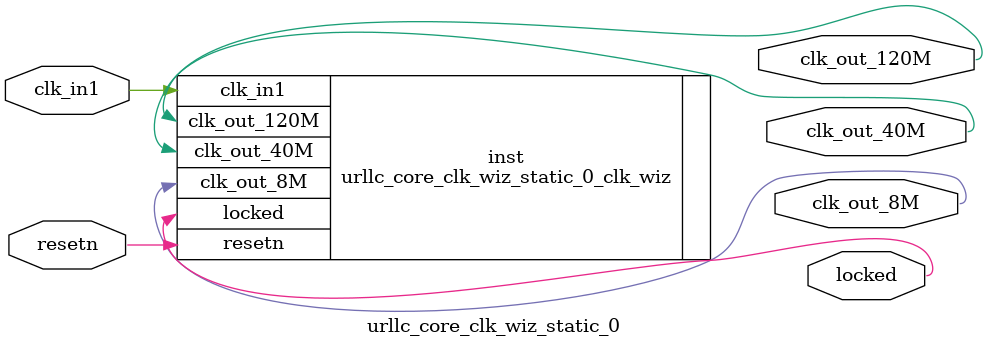
<source format=v>


`timescale 1ps/1ps

(* CORE_GENERATION_INFO = "urllc_core_clk_wiz_static_0,clk_wiz_v6_0_8_0_0,{component_name=urllc_core_clk_wiz_static_0,use_phase_alignment=true,use_min_o_jitter=false,use_max_i_jitter=false,use_dyn_phase_shift=false,use_inclk_switchover=false,use_dyn_reconfig=false,enable_axi=0,feedback_source=FDBK_AUTO,PRIMITIVE=PLL,num_out_clk=3,clkin1_period=10.000,clkin2_period=10.000,use_power_down=false,use_reset=true,use_locked=true,use_inclk_stopped=false,feedback_type=SINGLE,CLOCK_MGR_TYPE=NA,manual_override=false}" *)

module urllc_core_clk_wiz_static_0 
 (
  // Clock out ports
  output        clk_out_8M,
  output        clk_out_40M,
  output        clk_out_120M,
  // Status and control signals
  input         resetn,
  output        locked,
 // Clock in ports
  input         clk_in1
 );

  urllc_core_clk_wiz_static_0_clk_wiz inst
  (
  // Clock out ports  
  .clk_out_8M(clk_out_8M),
  .clk_out_40M(clk_out_40M),
  .clk_out_120M(clk_out_120M),
  // Status and control signals               
  .resetn(resetn), 
  .locked(locked),
 // Clock in ports
  .clk_in1(clk_in1)
  );

endmodule

</source>
